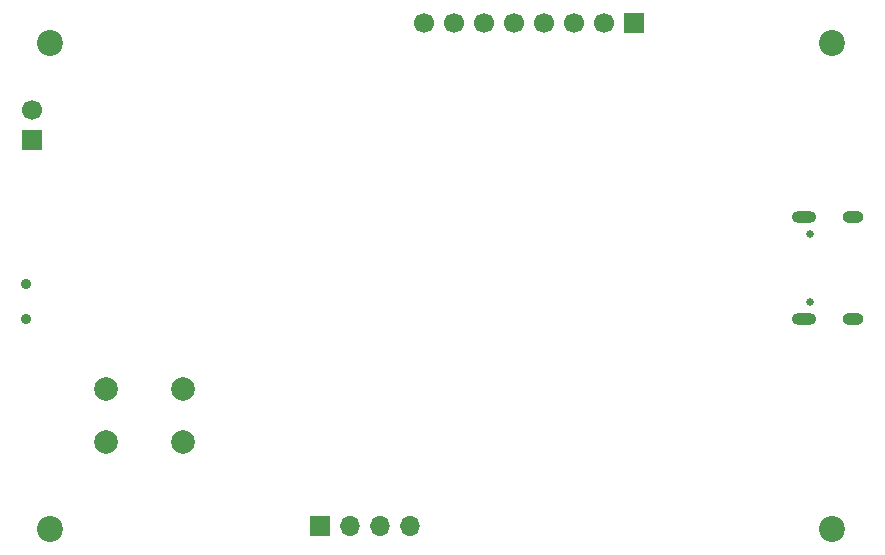
<source format=gbs>
G04 #@! TF.GenerationSoftware,KiCad,Pcbnew,9.0.4*
G04 #@! TF.CreationDate,2025-10-31T21:14:41-06:00*
G04 #@! TF.ProjectId,tutorial,7475746f-7269-4616-9c2e-6b696361645f,rev?*
G04 #@! TF.SameCoordinates,Original*
G04 #@! TF.FileFunction,Soldermask,Bot*
G04 #@! TF.FilePolarity,Negative*
%FSLAX46Y46*%
G04 Gerber Fmt 4.6, Leading zero omitted, Abs format (unit mm)*
G04 Created by KiCad (PCBNEW 9.0.4) date 2025-10-31 21:14:41*
%MOMM*%
%LPD*%
G01*
G04 APERTURE LIST*
%ADD10R,1.700000X1.700000*%
%ADD11O,1.700000X1.700000*%
%ADD12C,2.200000*%
%ADD13C,0.900000*%
%ADD14C,0.650000*%
%ADD15O,2.100000X1.000000*%
%ADD16O,1.800000X1.000000*%
%ADD17C,2.000000*%
%ADD18C,1.700000*%
G04 APERTURE END LIST*
D10*
G04 #@! TO.C,J1*
X83260000Y-121860000D03*
D11*
X85800000Y-121860000D03*
X88340000Y-121860000D03*
X90880000Y-121860000D03*
G04 #@! TD*
D12*
G04 #@! TO.C,H1*
X60414214Y-122085786D03*
G04 #@! TD*
G04 #@! TO.C,H2*
X126585786Y-122085786D03*
G04 #@! TD*
D13*
G04 #@! TO.C,SW1*
X58380000Y-101320000D03*
X58380000Y-104320000D03*
G04 #@! TD*
D14*
G04 #@! TO.C,J5*
X124710000Y-102900000D03*
X124710000Y-97120000D03*
D15*
X124210000Y-104330000D03*
D16*
X128390000Y-104330000D03*
D15*
X124210000Y-95690000D03*
D16*
X128390000Y-95690000D03*
G04 #@! TD*
D12*
G04 #@! TO.C,H4*
X60414214Y-80914214D03*
G04 #@! TD*
G04 #@! TO.C,H3*
X126585786Y-80914214D03*
G04 #@! TD*
D17*
G04 #@! TO.C,SW2*
X65110000Y-110250000D03*
X71610000Y-110250000D03*
X65110000Y-114750000D03*
X71610000Y-114750000D03*
G04 #@! TD*
D10*
G04 #@! TO.C,J7*
X109860000Y-79290000D03*
D18*
X107320000Y-79290000D03*
X104780000Y-79290000D03*
X102240000Y-79290000D03*
X99700000Y-79290000D03*
X97160000Y-79290000D03*
X94620000Y-79290000D03*
X92080000Y-79290000D03*
G04 #@! TD*
D10*
G04 #@! TO.C,J2*
X58850000Y-89175000D03*
D18*
X58850000Y-86635000D03*
G04 #@! TD*
M02*

</source>
